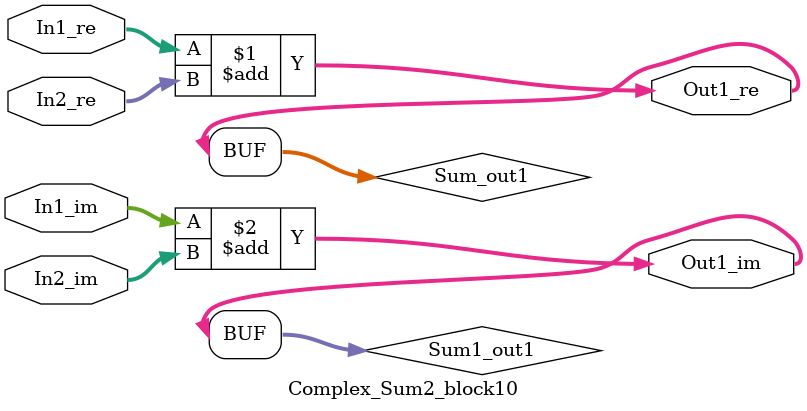
<source format=v>



`timescale 1 ns / 1 ns

module Complex_Sum2_block10
          (In1_re,
           In1_im,
           In2_re,
           In2_im,
           Out1_re,
           Out1_im);


  input   signed [36:0] In1_re;  // sfix37_En22
  input   signed [36:0] In1_im;  // sfix37_En22
  input   signed [36:0] In2_re;  // sfix37_En22
  input   signed [36:0] In2_im;  // sfix37_En22
  output  signed [36:0] Out1_re;  // sfix37_En22
  output  signed [36:0] Out1_im;  // sfix37_En22


  wire signed [36:0] Sum_out1;  // sfix37_En22
  wire signed [36:0] Sum1_out1;  // sfix37_En22


  assign Sum_out1 = In1_re + In2_re;



  assign Out1_re = Sum_out1;

  assign Sum1_out1 = In1_im + In2_im;



  assign Out1_im = Sum1_out1;

endmodule  // Complex_Sum2_block10


</source>
